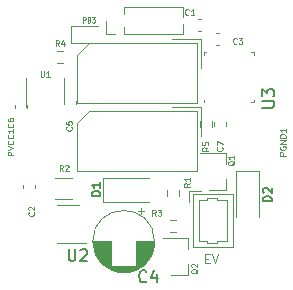
<source format=gto>
%TF.GenerationSoftware,KiCad,Pcbnew,(5.1.8)-1*%
%TF.CreationDate,2020-12-07T19:46:07+01:00*%
%TF.ProjectId,PX12_Board,50583132-5f42-46f6-9172-642e6b696361,V1.0*%
%TF.SameCoordinates,Original*%
%TF.FileFunction,Legend,Top*%
%TF.FilePolarity,Positive*%
%FSLAX46Y46*%
G04 Gerber Fmt 4.6, Leading zero omitted, Abs format (unit mm)*
G04 Created by KiCad (PCBNEW (5.1.8)-1) date 2020-12-07 19:46:07*
%MOMM*%
%LPD*%
G01*
G04 APERTURE LIST*
%ADD10C,0.100000*%
%ADD11C,0.120000*%
%ADD12C,0.150000*%
G04 APERTURE END LIST*
D10*
X169654761Y-89876190D02*
X169654761Y-89376190D01*
X169807142Y-89376190D01*
X169845238Y-89400000D01*
X169864285Y-89423809D01*
X169883333Y-89471428D01*
X169883333Y-89542857D01*
X169864285Y-89590476D01*
X169845238Y-89614285D01*
X169807142Y-89638095D01*
X169654761Y-89638095D01*
X170188095Y-89614285D02*
X170245238Y-89638095D01*
X170264285Y-89661904D01*
X170283333Y-89709523D01*
X170283333Y-89780952D01*
X170264285Y-89828571D01*
X170245238Y-89852380D01*
X170207142Y-89876190D01*
X170054761Y-89876190D01*
X170054761Y-89376190D01*
X170188095Y-89376190D01*
X170226190Y-89400000D01*
X170245238Y-89423809D01*
X170264285Y-89471428D01*
X170264285Y-89519047D01*
X170245238Y-89566666D01*
X170226190Y-89590476D01*
X170188095Y-89614285D01*
X170054761Y-89614285D01*
X170416666Y-89376190D02*
X170664285Y-89376190D01*
X170530952Y-89566666D01*
X170588095Y-89566666D01*
X170626190Y-89590476D01*
X170645238Y-89614285D01*
X170664285Y-89661904D01*
X170664285Y-89780952D01*
X170645238Y-89828571D01*
X170626190Y-89852380D01*
X170588095Y-89876190D01*
X170473809Y-89876190D01*
X170435714Y-89852380D01*
X170416666Y-89828571D01*
X180017857Y-109846428D02*
X180267857Y-109846428D01*
X180375000Y-110239285D02*
X180017857Y-110239285D01*
X180017857Y-109489285D01*
X180375000Y-109489285D01*
X180589285Y-109489285D02*
X180839285Y-110239285D01*
X181089285Y-109489285D01*
D11*
%TO.C,U1*%
X164840000Y-94600000D02*
X164840000Y-97050000D01*
X168060000Y-96400000D02*
X168060000Y-94600000D01*
%TO.C,C7*%
X181760000Y-98309420D02*
X181760000Y-98590580D01*
X180740000Y-98309420D02*
X180740000Y-98590580D01*
%TO.C,KLIN2*%
X179610000Y-97040000D02*
X177200000Y-97040000D01*
X179610000Y-99450000D02*
X179610000Y-97040000D01*
X169190000Y-102460000D02*
X179310000Y-102460000D01*
X169190000Y-98340000D02*
X169190000Y-102460000D01*
X170190000Y-97340000D02*
X169190000Y-98340000D01*
X179310000Y-97340000D02*
X170190000Y-97340000D01*
X179310000Y-102460000D02*
X179310000Y-97340000D01*
%TO.C,D3*%
X168665000Y-91635000D02*
X170950000Y-91635000D01*
X168665000Y-90165000D02*
X168665000Y-91635000D01*
X170950000Y-90165000D02*
X168665000Y-90165000D01*
%TO.C,KLIN1*%
X179310000Y-96710000D02*
X179310000Y-91590000D01*
X179310000Y-91590000D02*
X170190000Y-91590000D01*
X170190000Y-91590000D02*
X169190000Y-92590000D01*
X169190000Y-92590000D02*
X169190000Y-96710000D01*
X169190000Y-96710000D02*
X179310000Y-96710000D01*
X179610000Y-93700000D02*
X179610000Y-91290000D01*
X179610000Y-91290000D02*
X177200000Y-91290000D01*
%TO.C,C3*%
X181190580Y-91810000D02*
X180909420Y-91810000D01*
X181190580Y-90790000D02*
X180909420Y-90790000D01*
%TO.C,Q1*%
X181760000Y-104080000D02*
X180300000Y-104080000D01*
X181760000Y-100920000D02*
X179600000Y-100920000D01*
X181760000Y-100920000D02*
X181760000Y-101850000D01*
X181760000Y-104080000D02*
X181760000Y-103150000D01*
%TO.C,VALVE1*%
X182360000Y-104390000D02*
X178940000Y-104390000D01*
X178940000Y-104390000D02*
X178940000Y-108860000D01*
X178940000Y-108860000D02*
X182360000Y-108860000D01*
X182360000Y-108860000D02*
X182360000Y-104390000D01*
X179450000Y-106625000D02*
X179450000Y-104900000D01*
X179450000Y-104900000D02*
X180200000Y-104900000D01*
X180200000Y-104900000D02*
X180200000Y-104700000D01*
X180200000Y-104700000D02*
X181000000Y-104700000D01*
X181000000Y-104700000D02*
X181000000Y-104900000D01*
X181000000Y-104900000D02*
X181850000Y-104900000D01*
X181850000Y-104900000D02*
X181850000Y-106625000D01*
X179450000Y-106625000D02*
X179450000Y-108350000D01*
X179450000Y-108350000D02*
X180200000Y-108350000D01*
X180200000Y-108350000D02*
X180200000Y-108550000D01*
X180200000Y-108550000D02*
X181000000Y-108550000D01*
X181000000Y-108550000D02*
X181000000Y-108350000D01*
X181000000Y-108350000D02*
X181850000Y-108350000D01*
X181850000Y-108350000D02*
X181850000Y-106625000D01*
X178650000Y-104100000D02*
X179650000Y-104100000D01*
X178650000Y-104100000D02*
X178650000Y-105100000D01*
%TO.C,R4*%
X167487742Y-92277500D02*
X167962258Y-92277500D01*
X167487742Y-93322500D02*
X167962258Y-93322500D01*
%TO.C,C5*%
X169110000Y-96790580D02*
X169110000Y-96509420D01*
X168090000Y-96790580D02*
X168090000Y-96509420D01*
%TO.C,C6*%
X163890000Y-96859420D02*
X163890000Y-97140580D01*
X164910000Y-96859420D02*
X164910000Y-97140580D01*
%TO.C,Q2*%
X178560000Y-111280000D02*
X178560000Y-110350000D01*
X178560000Y-108120000D02*
X178560000Y-109050000D01*
X178560000Y-108120000D02*
X176400000Y-108120000D01*
X178560000Y-111280000D02*
X177100000Y-111280000D01*
%TO.C,R1*%
X177822500Y-104037742D02*
X177822500Y-104512258D01*
X176777500Y-104037742D02*
X176777500Y-104512258D01*
%TO.C,R5*%
X180572500Y-98687258D02*
X180572500Y-98212742D01*
X179527500Y-98687258D02*
X179527500Y-98212742D01*
%TO.C,D1*%
X171350000Y-103050000D02*
X175250000Y-103050000D01*
X171350000Y-105050000D02*
X175250000Y-105050000D01*
X171350000Y-103050000D02*
X171350000Y-105050000D01*
%TO.C,SWD1*%
X178125000Y-90810000D02*
X178125000Y-90007530D01*
X178125000Y-89392470D02*
X178125000Y-88590000D01*
X173110000Y-90810000D02*
X178125000Y-90810000D01*
X173110000Y-88590000D02*
X178125000Y-88590000D01*
X173110000Y-90810000D02*
X173110000Y-90263471D01*
X173110000Y-89136529D02*
X173110000Y-88590000D01*
X172350000Y-90810000D02*
X171590000Y-90810000D01*
X171590000Y-90810000D02*
X171590000Y-89700000D01*
%TO.C,D2*%
X184600000Y-102450000D02*
X182600000Y-102450000D01*
X182600000Y-102450000D02*
X182600000Y-106350000D01*
X184600000Y-102450000D02*
X184600000Y-106350000D01*
%TO.C,R2*%
X168764564Y-102990000D02*
X167310436Y-102990000D01*
X168764564Y-104810000D02*
X167310436Y-104810000D01*
%TO.C,R3*%
X177537258Y-106577500D02*
X177062742Y-106577500D01*
X177537258Y-107622500D02*
X177062742Y-107622500D01*
%TO.C,U2*%
X167500000Y-108560000D02*
X169950000Y-108560000D01*
X169300000Y-105340000D02*
X167500000Y-105340000D01*
%TO.C,U3*%
X179890000Y-96385000D02*
X179890000Y-96610000D01*
X184110000Y-92390000D02*
X183885000Y-92390000D01*
X184110000Y-92615000D02*
X184110000Y-92390000D01*
X184110000Y-96610000D02*
X183885000Y-96610000D01*
X184110000Y-96385000D02*
X184110000Y-96610000D01*
X179890000Y-92390000D02*
X180115000Y-92390000D01*
X179890000Y-92615000D02*
X179890000Y-92390000D01*
%TO.C,C4*%
X174825000Y-105845225D02*
X174325000Y-105845225D01*
X174575000Y-105595225D02*
X174575000Y-106095225D01*
X173384000Y-111001000D02*
X172816000Y-111001000D01*
X173618000Y-110961000D02*
X172582000Y-110961000D01*
X173777000Y-110921000D02*
X172423000Y-110921000D01*
X173905000Y-110881000D02*
X172295000Y-110881000D01*
X174015000Y-110841000D02*
X172185000Y-110841000D01*
X174111000Y-110801000D02*
X172089000Y-110801000D01*
X174198000Y-110761000D02*
X172002000Y-110761000D01*
X174278000Y-110721000D02*
X171922000Y-110721000D01*
X174351000Y-110681000D02*
X171849000Y-110681000D01*
X174419000Y-110641000D02*
X171781000Y-110641000D01*
X174483000Y-110601000D02*
X171717000Y-110601000D01*
X174543000Y-110561000D02*
X171657000Y-110561000D01*
X174600000Y-110521000D02*
X171600000Y-110521000D01*
X174654000Y-110481000D02*
X171546000Y-110481000D01*
X174705000Y-110441000D02*
X171495000Y-110441000D01*
X172060000Y-110401000D02*
X171447000Y-110401000D01*
X174753000Y-110401000D02*
X174140000Y-110401000D01*
X172060000Y-110361000D02*
X171401000Y-110361000D01*
X174799000Y-110361000D02*
X174140000Y-110361000D01*
X172060000Y-110321000D02*
X171357000Y-110321000D01*
X174843000Y-110321000D02*
X174140000Y-110321000D01*
X172060000Y-110281000D02*
X171315000Y-110281000D01*
X174885000Y-110281000D02*
X174140000Y-110281000D01*
X172060000Y-110241000D02*
X171274000Y-110241000D01*
X174926000Y-110241000D02*
X174140000Y-110241000D01*
X172060000Y-110201000D02*
X171236000Y-110201000D01*
X174964000Y-110201000D02*
X174140000Y-110201000D01*
X172060000Y-110161000D02*
X171199000Y-110161000D01*
X175001000Y-110161000D02*
X174140000Y-110161000D01*
X172060000Y-110121000D02*
X171163000Y-110121000D01*
X175037000Y-110121000D02*
X174140000Y-110121000D01*
X172060000Y-110081000D02*
X171129000Y-110081000D01*
X175071000Y-110081000D02*
X174140000Y-110081000D01*
X172060000Y-110041000D02*
X171096000Y-110041000D01*
X175104000Y-110041000D02*
X174140000Y-110041000D01*
X172060000Y-110001000D02*
X171065000Y-110001000D01*
X175135000Y-110001000D02*
X174140000Y-110001000D01*
X172060000Y-109961000D02*
X171035000Y-109961000D01*
X175165000Y-109961000D02*
X174140000Y-109961000D01*
X172060000Y-109921000D02*
X171005000Y-109921000D01*
X175195000Y-109921000D02*
X174140000Y-109921000D01*
X172060000Y-109881000D02*
X170978000Y-109881000D01*
X175222000Y-109881000D02*
X174140000Y-109881000D01*
X172060000Y-109841000D02*
X170951000Y-109841000D01*
X175249000Y-109841000D02*
X174140000Y-109841000D01*
X172060000Y-109801000D02*
X170925000Y-109801000D01*
X175275000Y-109801000D02*
X174140000Y-109801000D01*
X172060000Y-109761000D02*
X170900000Y-109761000D01*
X175300000Y-109761000D02*
X174140000Y-109761000D01*
X172060000Y-109721000D02*
X170876000Y-109721000D01*
X175324000Y-109721000D02*
X174140000Y-109721000D01*
X172060000Y-109681000D02*
X170853000Y-109681000D01*
X175347000Y-109681000D02*
X174140000Y-109681000D01*
X172060000Y-109641000D02*
X170832000Y-109641000D01*
X175368000Y-109641000D02*
X174140000Y-109641000D01*
X172060000Y-109601000D02*
X170810000Y-109601000D01*
X175390000Y-109601000D02*
X174140000Y-109601000D01*
X172060000Y-109561000D02*
X170790000Y-109561000D01*
X175410000Y-109561000D02*
X174140000Y-109561000D01*
X172060000Y-109521000D02*
X170771000Y-109521000D01*
X175429000Y-109521000D02*
X174140000Y-109521000D01*
X172060000Y-109481000D02*
X170752000Y-109481000D01*
X175448000Y-109481000D02*
X174140000Y-109481000D01*
X172060000Y-109441000D02*
X170735000Y-109441000D01*
X175465000Y-109441000D02*
X174140000Y-109441000D01*
X172060000Y-109401000D02*
X170718000Y-109401000D01*
X175482000Y-109401000D02*
X174140000Y-109401000D01*
X172060000Y-109361000D02*
X170702000Y-109361000D01*
X175498000Y-109361000D02*
X174140000Y-109361000D01*
X172060000Y-109321000D02*
X170686000Y-109321000D01*
X175514000Y-109321000D02*
X174140000Y-109321000D01*
X172060000Y-109281000D02*
X170672000Y-109281000D01*
X175528000Y-109281000D02*
X174140000Y-109281000D01*
X172060000Y-109241000D02*
X170658000Y-109241000D01*
X175542000Y-109241000D02*
X174140000Y-109241000D01*
X172060000Y-109201000D02*
X170645000Y-109201000D01*
X175555000Y-109201000D02*
X174140000Y-109201000D01*
X172060000Y-109161000D02*
X170632000Y-109161000D01*
X175568000Y-109161000D02*
X174140000Y-109161000D01*
X172060000Y-109121000D02*
X170620000Y-109121000D01*
X175580000Y-109121000D02*
X174140000Y-109121000D01*
X172060000Y-109080000D02*
X170609000Y-109080000D01*
X175591000Y-109080000D02*
X174140000Y-109080000D01*
X172060000Y-109040000D02*
X170599000Y-109040000D01*
X175601000Y-109040000D02*
X174140000Y-109040000D01*
X172060000Y-109000000D02*
X170589000Y-109000000D01*
X175611000Y-109000000D02*
X174140000Y-109000000D01*
X172060000Y-108960000D02*
X170580000Y-108960000D01*
X175620000Y-108960000D02*
X174140000Y-108960000D01*
X172060000Y-108920000D02*
X170572000Y-108920000D01*
X175628000Y-108920000D02*
X174140000Y-108920000D01*
X172060000Y-108880000D02*
X170564000Y-108880000D01*
X175636000Y-108880000D02*
X174140000Y-108880000D01*
X172060000Y-108840000D02*
X170557000Y-108840000D01*
X175643000Y-108840000D02*
X174140000Y-108840000D01*
X172060000Y-108800000D02*
X170550000Y-108800000D01*
X175650000Y-108800000D02*
X174140000Y-108800000D01*
X172060000Y-108760000D02*
X170544000Y-108760000D01*
X175656000Y-108760000D02*
X174140000Y-108760000D01*
X172060000Y-108720000D02*
X170539000Y-108720000D01*
X175661000Y-108720000D02*
X174140000Y-108720000D01*
X172060000Y-108680000D02*
X170535000Y-108680000D01*
X175665000Y-108680000D02*
X174140000Y-108680000D01*
X172060000Y-108640000D02*
X170531000Y-108640000D01*
X175669000Y-108640000D02*
X174140000Y-108640000D01*
X172060000Y-108600000D02*
X170527000Y-108600000D01*
X175673000Y-108600000D02*
X174140000Y-108600000D01*
X172060000Y-108560000D02*
X170524000Y-108560000D01*
X175676000Y-108560000D02*
X174140000Y-108560000D01*
X172060000Y-108520000D02*
X170522000Y-108520000D01*
X175678000Y-108520000D02*
X174140000Y-108520000D01*
X172060000Y-108480000D02*
X170521000Y-108480000D01*
X175679000Y-108480000D02*
X174140000Y-108480000D01*
X175680000Y-108440000D02*
X174140000Y-108440000D01*
X172060000Y-108440000D02*
X170520000Y-108440000D01*
X175680000Y-108400000D02*
X174140000Y-108400000D01*
X172060000Y-108400000D02*
X170520000Y-108400000D01*
X175720000Y-108400000D02*
G75*
G03*
X175720000Y-108400000I-2620000J0D01*
G01*
%TO.C,C1*%
X179665580Y-89590000D02*
X179384420Y-89590000D01*
X179665580Y-90610000D02*
X179384420Y-90610000D01*
%TO.C,C2*%
X164590000Y-103865580D02*
X164590000Y-103584420D01*
X165610000Y-103865580D02*
X165610000Y-103584420D01*
%TD*%
%TO.C,U1*%
D10*
X166069047Y-93976190D02*
X166069047Y-94380952D01*
X166092857Y-94428571D01*
X166116666Y-94452380D01*
X166164285Y-94476190D01*
X166259523Y-94476190D01*
X166307142Y-94452380D01*
X166330952Y-94428571D01*
X166354761Y-94380952D01*
X166354761Y-93976190D01*
X166854761Y-94476190D02*
X166569047Y-94476190D01*
X166711904Y-94476190D02*
X166711904Y-93976190D01*
X166664285Y-94047619D01*
X166616666Y-94095238D01*
X166569047Y-94119047D01*
%TO.C,C7*%
X181428571Y-100433333D02*
X181452380Y-100457142D01*
X181476190Y-100528571D01*
X181476190Y-100576190D01*
X181452380Y-100647619D01*
X181404761Y-100695238D01*
X181357142Y-100719047D01*
X181261904Y-100742857D01*
X181190476Y-100742857D01*
X181095238Y-100719047D01*
X181047619Y-100695238D01*
X181000000Y-100647619D01*
X180976190Y-100576190D01*
X180976190Y-100528571D01*
X181000000Y-100457142D01*
X181023809Y-100433333D01*
X180976190Y-100266666D02*
X180976190Y-99933333D01*
X181476190Y-100147619D01*
%TO.C,C3*%
X182666666Y-91628571D02*
X182642857Y-91652380D01*
X182571428Y-91676190D01*
X182523809Y-91676190D01*
X182452380Y-91652380D01*
X182404761Y-91604761D01*
X182380952Y-91557142D01*
X182357142Y-91461904D01*
X182357142Y-91390476D01*
X182380952Y-91295238D01*
X182404761Y-91247619D01*
X182452380Y-91200000D01*
X182523809Y-91176190D01*
X182571428Y-91176190D01*
X182642857Y-91200000D01*
X182666666Y-91223809D01*
X182833333Y-91176190D02*
X183142857Y-91176190D01*
X182976190Y-91366666D01*
X183047619Y-91366666D01*
X183095238Y-91390476D01*
X183119047Y-91414285D01*
X183142857Y-91461904D01*
X183142857Y-91580952D01*
X183119047Y-91628571D01*
X183095238Y-91652380D01*
X183047619Y-91676190D01*
X182904761Y-91676190D01*
X182857142Y-91652380D01*
X182833333Y-91628571D01*
%TO.C,Q1*%
X182473809Y-101597619D02*
X182450000Y-101645238D01*
X182402380Y-101692857D01*
X182330952Y-101764285D01*
X182307142Y-101811904D01*
X182307142Y-101859523D01*
X182426190Y-101835714D02*
X182402380Y-101883333D01*
X182354761Y-101930952D01*
X182259523Y-101954761D01*
X182092857Y-101954761D01*
X181997619Y-101930952D01*
X181950000Y-101883333D01*
X181926190Y-101835714D01*
X181926190Y-101740476D01*
X181950000Y-101692857D01*
X181997619Y-101645238D01*
X182092857Y-101621428D01*
X182259523Y-101621428D01*
X182354761Y-101645238D01*
X182402380Y-101692857D01*
X182426190Y-101740476D01*
X182426190Y-101835714D01*
X182426190Y-101145238D02*
X182426190Y-101430952D01*
X182426190Y-101288095D02*
X181926190Y-101288095D01*
X181997619Y-101335714D01*
X182045238Y-101383333D01*
X182069047Y-101430952D01*
%TO.C,R4*%
X167641666Y-91876190D02*
X167475000Y-91638095D01*
X167355952Y-91876190D02*
X167355952Y-91376190D01*
X167546428Y-91376190D01*
X167594047Y-91400000D01*
X167617857Y-91423809D01*
X167641666Y-91471428D01*
X167641666Y-91542857D01*
X167617857Y-91590476D01*
X167594047Y-91614285D01*
X167546428Y-91638095D01*
X167355952Y-91638095D01*
X168070238Y-91542857D02*
X168070238Y-91876190D01*
X167951190Y-91352380D02*
X167832142Y-91709523D01*
X168141666Y-91709523D01*
%TO.C,C5*%
X168678571Y-98708333D02*
X168702380Y-98732142D01*
X168726190Y-98803571D01*
X168726190Y-98851190D01*
X168702380Y-98922619D01*
X168654761Y-98970238D01*
X168607142Y-98994047D01*
X168511904Y-99017857D01*
X168440476Y-99017857D01*
X168345238Y-98994047D01*
X168297619Y-98970238D01*
X168250000Y-98922619D01*
X168226190Y-98851190D01*
X168226190Y-98803571D01*
X168250000Y-98732142D01*
X168273809Y-98708333D01*
X168226190Y-98255952D02*
X168226190Y-98494047D01*
X168464285Y-98517857D01*
X168440476Y-98494047D01*
X168416666Y-98446428D01*
X168416666Y-98327380D01*
X168440476Y-98279761D01*
X168464285Y-98255952D01*
X168511904Y-98232142D01*
X168630952Y-98232142D01*
X168678571Y-98255952D01*
X168702380Y-98279761D01*
X168726190Y-98327380D01*
X168726190Y-98446428D01*
X168702380Y-98494047D01*
X168678571Y-98517857D01*
%TO.C,C6*%
X163728571Y-98433333D02*
X163752380Y-98457142D01*
X163776190Y-98528571D01*
X163776190Y-98576190D01*
X163752380Y-98647619D01*
X163704761Y-98695238D01*
X163657142Y-98719047D01*
X163561904Y-98742857D01*
X163490476Y-98742857D01*
X163395238Y-98719047D01*
X163347619Y-98695238D01*
X163300000Y-98647619D01*
X163276190Y-98576190D01*
X163276190Y-98528571D01*
X163300000Y-98457142D01*
X163323809Y-98433333D01*
X163276190Y-98004761D02*
X163276190Y-98100000D01*
X163300000Y-98147619D01*
X163323809Y-98171428D01*
X163395238Y-98219047D01*
X163490476Y-98242857D01*
X163680952Y-98242857D01*
X163728571Y-98219047D01*
X163752380Y-98195238D01*
X163776190Y-98147619D01*
X163776190Y-98052380D01*
X163752380Y-98004761D01*
X163728571Y-97980952D01*
X163680952Y-97957142D01*
X163561904Y-97957142D01*
X163514285Y-97980952D01*
X163490476Y-98004761D01*
X163466666Y-98052380D01*
X163466666Y-98147619D01*
X163490476Y-98195238D01*
X163514285Y-98219047D01*
X163561904Y-98242857D01*
%TO.C,Q2*%
X179373809Y-110747619D02*
X179350000Y-110795238D01*
X179302380Y-110842857D01*
X179230952Y-110914285D01*
X179207142Y-110961904D01*
X179207142Y-111009523D01*
X179326190Y-110985714D02*
X179302380Y-111033333D01*
X179254761Y-111080952D01*
X179159523Y-111104761D01*
X178992857Y-111104761D01*
X178897619Y-111080952D01*
X178850000Y-111033333D01*
X178826190Y-110985714D01*
X178826190Y-110890476D01*
X178850000Y-110842857D01*
X178897619Y-110795238D01*
X178992857Y-110771428D01*
X179159523Y-110771428D01*
X179254761Y-110795238D01*
X179302380Y-110842857D01*
X179326190Y-110890476D01*
X179326190Y-110985714D01*
X178873809Y-110580952D02*
X178850000Y-110557142D01*
X178826190Y-110509523D01*
X178826190Y-110390476D01*
X178850000Y-110342857D01*
X178873809Y-110319047D01*
X178921428Y-110295238D01*
X178969047Y-110295238D01*
X179040476Y-110319047D01*
X179326190Y-110604761D01*
X179326190Y-110295238D01*
%TO.C,R1*%
X178726190Y-103483333D02*
X178488095Y-103650000D01*
X178726190Y-103769047D02*
X178226190Y-103769047D01*
X178226190Y-103578571D01*
X178250000Y-103530952D01*
X178273809Y-103507142D01*
X178321428Y-103483333D01*
X178392857Y-103483333D01*
X178440476Y-103507142D01*
X178464285Y-103530952D01*
X178488095Y-103578571D01*
X178488095Y-103769047D01*
X178726190Y-103007142D02*
X178726190Y-103292857D01*
X178726190Y-103150000D02*
X178226190Y-103150000D01*
X178297619Y-103197619D01*
X178345238Y-103245238D01*
X178369047Y-103292857D01*
%TO.C,R5*%
X180276190Y-100433333D02*
X180038095Y-100600000D01*
X180276190Y-100719047D02*
X179776190Y-100719047D01*
X179776190Y-100528571D01*
X179800000Y-100480952D01*
X179823809Y-100457142D01*
X179871428Y-100433333D01*
X179942857Y-100433333D01*
X179990476Y-100457142D01*
X180014285Y-100480952D01*
X180038095Y-100528571D01*
X180038095Y-100719047D01*
X179776190Y-99980952D02*
X179776190Y-100219047D01*
X180014285Y-100242857D01*
X179990476Y-100219047D01*
X179966666Y-100171428D01*
X179966666Y-100052380D01*
X179990476Y-100004761D01*
X180014285Y-99980952D01*
X180061904Y-99957142D01*
X180180952Y-99957142D01*
X180228571Y-99980952D01*
X180252380Y-100004761D01*
X180276190Y-100052380D01*
X180276190Y-100171428D01*
X180252380Y-100219047D01*
X180228571Y-100242857D01*
%TO.C,D1*%
D12*
X171139285Y-104553571D02*
X170389285Y-104553571D01*
X170389285Y-104375000D01*
X170425000Y-104267857D01*
X170496428Y-104196428D01*
X170567857Y-104160714D01*
X170710714Y-104125000D01*
X170817857Y-104125000D01*
X170960714Y-104160714D01*
X171032142Y-104196428D01*
X171103571Y-104267857D01*
X171139285Y-104375000D01*
X171139285Y-104553571D01*
X171139285Y-103410714D02*
X171139285Y-103839285D01*
X171139285Y-103625000D02*
X170389285Y-103625000D01*
X170496428Y-103696428D01*
X170567857Y-103767857D01*
X170603571Y-103839285D01*
%TO.C,D2*%
X185639285Y-105003571D02*
X184889285Y-105003571D01*
X184889285Y-104825000D01*
X184925000Y-104717857D01*
X184996428Y-104646428D01*
X185067857Y-104610714D01*
X185210714Y-104575000D01*
X185317857Y-104575000D01*
X185460714Y-104610714D01*
X185532142Y-104646428D01*
X185603571Y-104717857D01*
X185639285Y-104825000D01*
X185639285Y-105003571D01*
X184960714Y-104289285D02*
X184925000Y-104253571D01*
X184889285Y-104182142D01*
X184889285Y-104003571D01*
X184925000Y-103932142D01*
X184960714Y-103896428D01*
X185032142Y-103860714D01*
X185103571Y-103860714D01*
X185210714Y-103896428D01*
X185639285Y-104325000D01*
X185639285Y-103860714D01*
%TO.C,R2*%
D10*
X167966666Y-102426190D02*
X167800000Y-102188095D01*
X167680952Y-102426190D02*
X167680952Y-101926190D01*
X167871428Y-101926190D01*
X167919047Y-101950000D01*
X167942857Y-101973809D01*
X167966666Y-102021428D01*
X167966666Y-102092857D01*
X167942857Y-102140476D01*
X167919047Y-102164285D01*
X167871428Y-102188095D01*
X167680952Y-102188095D01*
X168157142Y-101973809D02*
X168180952Y-101950000D01*
X168228571Y-101926190D01*
X168347619Y-101926190D01*
X168395238Y-101950000D01*
X168419047Y-101973809D01*
X168442857Y-102021428D01*
X168442857Y-102069047D01*
X168419047Y-102140476D01*
X168133333Y-102426190D01*
X168442857Y-102426190D01*
%TO.C,R3*%
X175816666Y-106226190D02*
X175650000Y-105988095D01*
X175530952Y-106226190D02*
X175530952Y-105726190D01*
X175721428Y-105726190D01*
X175769047Y-105750000D01*
X175792857Y-105773809D01*
X175816666Y-105821428D01*
X175816666Y-105892857D01*
X175792857Y-105940476D01*
X175769047Y-105964285D01*
X175721428Y-105988095D01*
X175530952Y-105988095D01*
X175983333Y-105726190D02*
X176292857Y-105726190D01*
X176126190Y-105916666D01*
X176197619Y-105916666D01*
X176245238Y-105940476D01*
X176269047Y-105964285D01*
X176292857Y-106011904D01*
X176292857Y-106130952D01*
X176269047Y-106178571D01*
X176245238Y-106202380D01*
X176197619Y-106226190D01*
X176054761Y-106226190D01*
X176007142Y-106202380D01*
X175983333Y-106178571D01*
%TO.C,U2*%
D12*
X168438095Y-109052380D02*
X168438095Y-109861904D01*
X168485714Y-109957142D01*
X168533333Y-110004761D01*
X168628571Y-110052380D01*
X168819047Y-110052380D01*
X168914285Y-110004761D01*
X168961904Y-109957142D01*
X169009523Y-109861904D01*
X169009523Y-109052380D01*
X169438095Y-109147619D02*
X169485714Y-109100000D01*
X169580952Y-109052380D01*
X169819047Y-109052380D01*
X169914285Y-109100000D01*
X169961904Y-109147619D01*
X170009523Y-109242857D01*
X170009523Y-109338095D01*
X169961904Y-109480952D01*
X169390476Y-110052380D01*
X170009523Y-110052380D01*
%TO.C,U3*%
X184852380Y-97061904D02*
X185661904Y-97061904D01*
X185757142Y-97014285D01*
X185804761Y-96966666D01*
X185852380Y-96871428D01*
X185852380Y-96680952D01*
X185804761Y-96585714D01*
X185757142Y-96538095D01*
X185661904Y-96490476D01*
X184852380Y-96490476D01*
X184852380Y-96109523D02*
X184852380Y-95490476D01*
X185233333Y-95823809D01*
X185233333Y-95680952D01*
X185280952Y-95585714D01*
X185328571Y-95538095D01*
X185423809Y-95490476D01*
X185661904Y-95490476D01*
X185757142Y-95538095D01*
X185804761Y-95585714D01*
X185852380Y-95680952D01*
X185852380Y-95966666D01*
X185804761Y-96061904D01*
X185757142Y-96109523D01*
%TO.C,C4*%
X175033333Y-111757142D02*
X174985714Y-111804761D01*
X174842857Y-111852380D01*
X174747619Y-111852380D01*
X174604761Y-111804761D01*
X174509523Y-111709523D01*
X174461904Y-111614285D01*
X174414285Y-111423809D01*
X174414285Y-111280952D01*
X174461904Y-111090476D01*
X174509523Y-110995238D01*
X174604761Y-110900000D01*
X174747619Y-110852380D01*
X174842857Y-110852380D01*
X174985714Y-110900000D01*
X175033333Y-110947619D01*
X175890476Y-111185714D02*
X175890476Y-111852380D01*
X175652380Y-110804761D02*
X175414285Y-111519047D01*
X176033333Y-111519047D01*
%TO.C,C1*%
D10*
X178616666Y-89178571D02*
X178592857Y-89202380D01*
X178521428Y-89226190D01*
X178473809Y-89226190D01*
X178402380Y-89202380D01*
X178354761Y-89154761D01*
X178330952Y-89107142D01*
X178307142Y-89011904D01*
X178307142Y-88940476D01*
X178330952Y-88845238D01*
X178354761Y-88797619D01*
X178402380Y-88750000D01*
X178473809Y-88726190D01*
X178521428Y-88726190D01*
X178592857Y-88750000D01*
X178616666Y-88773809D01*
X179092857Y-89226190D02*
X178807142Y-89226190D01*
X178950000Y-89226190D02*
X178950000Y-88726190D01*
X178902380Y-88797619D01*
X178854761Y-88845238D01*
X178807142Y-88869047D01*
%TO.C,C2*%
X165478571Y-105933333D02*
X165502380Y-105957142D01*
X165526190Y-106028571D01*
X165526190Y-106076190D01*
X165502380Y-106147619D01*
X165454761Y-106195238D01*
X165407142Y-106219047D01*
X165311904Y-106242857D01*
X165240476Y-106242857D01*
X165145238Y-106219047D01*
X165097619Y-106195238D01*
X165050000Y-106147619D01*
X165026190Y-106076190D01*
X165026190Y-106028571D01*
X165050000Y-105957142D01*
X165073809Y-105933333D01*
X165073809Y-105742857D02*
X165050000Y-105719047D01*
X165026190Y-105671428D01*
X165026190Y-105552380D01*
X165050000Y-105504761D01*
X165073809Y-105480952D01*
X165121428Y-105457142D01*
X165169047Y-105457142D01*
X165240476Y-105480952D01*
X165526190Y-105766666D01*
X165526190Y-105457142D01*
%TO.C,PGND1*%
X186826190Y-101130952D02*
X186326190Y-101130952D01*
X186326190Y-100940476D01*
X186350000Y-100892857D01*
X186373809Y-100869047D01*
X186421428Y-100845238D01*
X186492857Y-100845238D01*
X186540476Y-100869047D01*
X186564285Y-100892857D01*
X186588095Y-100940476D01*
X186588095Y-101130952D01*
X186350000Y-100369047D02*
X186326190Y-100416666D01*
X186326190Y-100488095D01*
X186350000Y-100559523D01*
X186397619Y-100607142D01*
X186445238Y-100630952D01*
X186540476Y-100654761D01*
X186611904Y-100654761D01*
X186707142Y-100630952D01*
X186754761Y-100607142D01*
X186802380Y-100559523D01*
X186826190Y-100488095D01*
X186826190Y-100440476D01*
X186802380Y-100369047D01*
X186778571Y-100345238D01*
X186611904Y-100345238D01*
X186611904Y-100440476D01*
X186826190Y-100130952D02*
X186326190Y-100130952D01*
X186826190Y-99845238D01*
X186326190Y-99845238D01*
X186826190Y-99607142D02*
X186326190Y-99607142D01*
X186326190Y-99488095D01*
X186350000Y-99416666D01*
X186397619Y-99369047D01*
X186445238Y-99345238D01*
X186540476Y-99321428D01*
X186611904Y-99321428D01*
X186707142Y-99345238D01*
X186754761Y-99369047D01*
X186802380Y-99416666D01*
X186826190Y-99488095D01*
X186826190Y-99607142D01*
X186826190Y-98845238D02*
X186826190Y-99130952D01*
X186826190Y-98988095D02*
X186326190Y-98988095D01*
X186397619Y-99035714D01*
X186445238Y-99083333D01*
X186469047Y-99130952D01*
%TO.C,PVCC1*%
X163776190Y-101083333D02*
X163276190Y-101083333D01*
X163276190Y-100892857D01*
X163300000Y-100845238D01*
X163323809Y-100821428D01*
X163371428Y-100797619D01*
X163442857Y-100797619D01*
X163490476Y-100821428D01*
X163514285Y-100845238D01*
X163538095Y-100892857D01*
X163538095Y-101083333D01*
X163276190Y-100654761D02*
X163776190Y-100488095D01*
X163276190Y-100321428D01*
X163728571Y-99869047D02*
X163752380Y-99892857D01*
X163776190Y-99964285D01*
X163776190Y-100011904D01*
X163752380Y-100083333D01*
X163704761Y-100130952D01*
X163657142Y-100154761D01*
X163561904Y-100178571D01*
X163490476Y-100178571D01*
X163395238Y-100154761D01*
X163347619Y-100130952D01*
X163300000Y-100083333D01*
X163276190Y-100011904D01*
X163276190Y-99964285D01*
X163300000Y-99892857D01*
X163323809Y-99869047D01*
X163728571Y-99369047D02*
X163752380Y-99392857D01*
X163776190Y-99464285D01*
X163776190Y-99511904D01*
X163752380Y-99583333D01*
X163704761Y-99630952D01*
X163657142Y-99654761D01*
X163561904Y-99678571D01*
X163490476Y-99678571D01*
X163395238Y-99654761D01*
X163347619Y-99630952D01*
X163300000Y-99583333D01*
X163276190Y-99511904D01*
X163276190Y-99464285D01*
X163300000Y-99392857D01*
X163323809Y-99369047D01*
X163776190Y-98892857D02*
X163776190Y-99178571D01*
X163776190Y-99035714D02*
X163276190Y-99035714D01*
X163347619Y-99083333D01*
X163395238Y-99130952D01*
X163419047Y-99178571D01*
%TD*%
M02*

</source>
